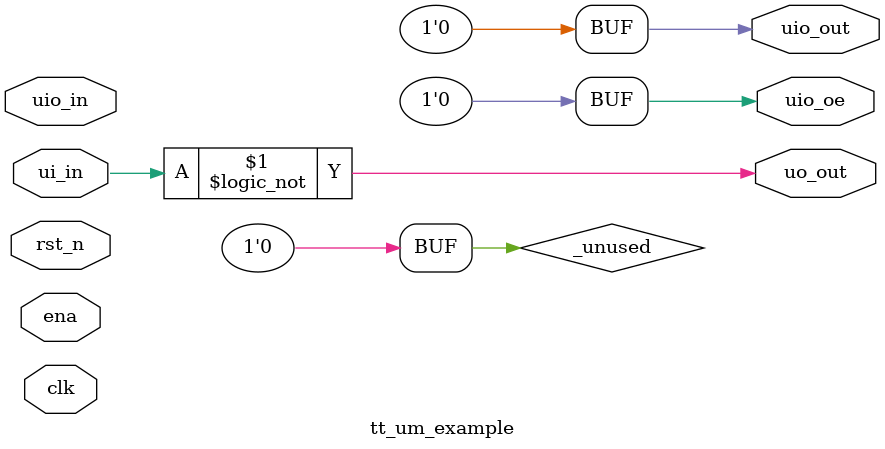
<source format=v>
/*
 * Copyright (c) 2024 Your Name
 * SPDX-License-Identifier: Apache-2.0
 */

`default_nettype none

module tt_um_example (
    input  wire ui_in,    // Dedicated inputs
    output wire uo_out,   // Dedicated outputs
    input  wire uio_in,   // IOs: Input path
    output wire uio_out,  // IOs: Output path
    output wire uio_oe,   // IOs: Enable path (active high: 0=input, 1=output)
    input  wire       ena,      // always 1 when the design is powered, so you can ignore it
    input  wire       clk,      // clock
    input  wire       rst_n     // reset_n - low to reset
);

  // All output pins must be assigned. If not used, assign to 0.
  assign uo_out  = !ui_in;  // Example: ou_out is the sum of ui_in and uio_in
  assign uio_out = 0;
  assign uio_oe  = 0;

  // List all unused inputs to prevent warnings
  wire _unused = &{ena, clk, rst_n, 1'b0};

endmodule

</source>
